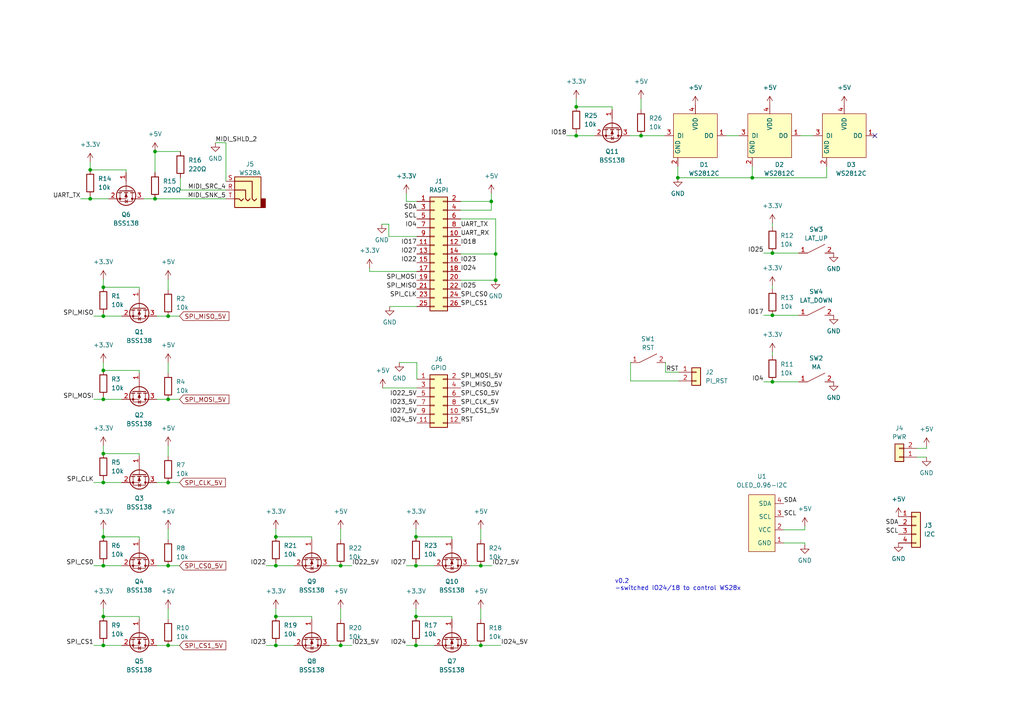
<source format=kicad_sch>
(kicad_sch (version 20230121) (generator eeschema)
  (paper "A4")
  (lib_symbols
    (symbol "Connector:AudioJack3"
      (property "Reference" "J" (at 0 8.89 0))
      (property "Value" "AudioJack3" (at 0 6.35 0))
      (symbol "AudioJack3_0_1"
        (rectangle (start -5.08 -5.08) (end -6.35 -2.54) (stroke (width 0.254)) (fill (type outline)))
        (polyline (pts (xy 0 -2.54) (xy 0.635 -3.175) (xy 1.27 -2.54) (xy 2.54 -2.54)) (stroke (width 0.254)))
        (polyline (pts (xy -1.905 -2.54) (xy -1.27 -3.175) (xy -0.635 -2.54) (xy -0.635 0) (xy 2.54 0)) (stroke (width 0.254)))
        (polyline (pts (xy 2.54 2.54) (xy -2.54 2.54) (xy -2.54 -2.54) (xy -3.175 -3.175) (xy -3.81 -2.54)) (stroke (width 0.254)))
        (rectangle (start 2.54 3.81) (end -5.08 -5.08) (stroke (width 0.254)) (fill (type background)))
      )
      (symbol "AudioJack3_1_1"
        (pin passive line (at 5.08 0 180) (length 2.54) (name "~") (number "R"))
        (pin passive line (at 5.08 2.54 180) (length 2.54) (name "~") (number "S"))
        (pin passive line (at 5.08 -2.54 180) (length 2.54) (name "~") (number "T"))
      )
    )
    (symbol "Connector_Generic:Conn_01x02" (pin_names (offset 1.016) hide)
      (property "Reference" "J" (at 0 2.54 0))
      (property "Value" "Conn_01x02" (at 0 -5.08 0))
      (symbol "Conn_01x02_1_1"
        (rectangle (start -1.27 -2.413) (end 0 -2.667) (stroke (width 0.1524)))
        (rectangle (start -1.27 0.127) (end 0 -0.127) (stroke (width 0.1524)))
        (rectangle (start -1.27 1.27) (end 1.27 -3.81) (stroke (width 0.254)) (fill (type background)))
        (pin passive line (at -5.08 0 0) (length 3.81) (name "Pin_1") (number "1"))
        (pin passive line (at -5.08 -2.54 0) (length 3.81) (name "Pin_2") (number "2"))
      )
    )
    (symbol "Connector_Generic:Conn_01x04" (pin_names (offset 1.016) hide)
      (property "Reference" "J" (at 0 5.08 0))
      (property "Value" "Conn_01x04" (at 0 -7.62 0))
      (symbol "Conn_01x04_1_1"
        (rectangle (start -1.27 -4.953) (end 0 -5.207) (stroke (width 0.1524)))
        (rectangle (start -1.27 -2.413) (end 0 -2.667) (stroke (width 0.1524)))
        (rectangle (start -1.27 0.127) (end 0 -0.127) (stroke (width 0.1524)))
        (rectangle (start -1.27 2.667) (end 0 2.413) (stroke (width 0.1524)))
        (rectangle (start -1.27 3.81) (end 1.27 -6.35) (stroke (width 0.254)) (fill (type background)))
        (pin passive line (at -5.08 2.54 0) (length 3.81) (name "Pin_1") (number "1"))
        (pin passive line (at -5.08 0 0) (length 3.81) (name "Pin_2") (number "2"))
        (pin passive line (at -5.08 -2.54 0) (length 3.81) (name "Pin_3") (number "3"))
        (pin passive line (at -5.08 -5.08 0) (length 3.81) (name "Pin_4") (number "4"))
      )
    )
    (symbol "Connector_Generic:Conn_02x06_Odd_Even" (pin_names (offset 1.016) hide)
      (property "Reference" "J" (at 1.27 7.62 0))
      (property "Value" "Conn_02x06_Odd_Even" (at 1.27 -10.16 0))
      (symbol "Conn_02x06_Odd_Even_1_1"
        (rectangle (start -1.27 -7.493) (end 0 -7.747) (stroke (width 0.1524)))
        (rectangle (start -1.27 -4.953) (end 0 -5.207) (stroke (width 0.1524)))
        (rectangle (start -1.27 -2.413) (end 0 -2.667) (stroke (width 0.1524)))
        (rectangle (start -1.27 0.127) (end 0 -0.127) (stroke (width 0.1524)))
        (rectangle (start -1.27 2.667) (end 0 2.413) (stroke (width 0.1524)))
        (rectangle (start -1.27 5.207) (end 0 4.953) (stroke (width 0.1524)))
        (rectangle (start -1.27 6.35) (end 3.81 -8.89) (stroke (width 0.254)) (fill (type background)))
        (rectangle (start 3.81 -7.493) (end 2.54 -7.747) (stroke (width 0.1524)))
        (rectangle (start 3.81 -4.953) (end 2.54 -5.207) (stroke (width 0.1524)))
        (rectangle (start 3.81 -2.413) (end 2.54 -2.667) (stroke (width 0.1524)))
        (rectangle (start 3.81 0.127) (end 2.54 -0.127) (stroke (width 0.1524)))
        (rectangle (start 3.81 2.667) (end 2.54 2.413) (stroke (width 0.1524)))
        (rectangle (start 3.81 5.207) (end 2.54 4.953) (stroke (width 0.1524)))
        (pin passive line (at -5.08 5.08 0) (length 3.81) (name "Pin_1") (number "1"))
        (pin passive line (at 7.62 -5.08 180) (length 3.81) (name "Pin_10") (number "10"))
        (pin passive line (at -5.08 -7.62 0) (length 3.81) (name "Pin_11") (number "11"))
        (pin passive line (at 7.62 -7.62 180) (length 3.81) (name "Pin_12") (number "12"))
        (pin passive line (at 7.62 5.08 180) (length 3.81) (name "Pin_2") (number "2"))
        (pin passive line (at -5.08 2.54 0) (length 3.81) (name "Pin_3") (number "3"))
        (pin passive line (at 7.62 2.54 180) (length 3.81) (name "Pin_4") (number "4"))
        (pin passive line (at -5.08 0 0) (length 3.81) (name "Pin_5") (number "5"))
        (pin passive line (at 7.62 0 180) (length 3.81) (name "Pin_6") (number "6"))
        (pin passive line (at -5.08 -2.54 0) (length 3.81) (name "Pin_7") (number "7"))
        (pin passive line (at 7.62 -2.54 180) (length 3.81) (name "Pin_8") (number "8"))
        (pin passive line (at -5.08 -5.08 0) (length 3.81) (name "Pin_9") (number "9"))
      )
    )
    (symbol "Connector_Generic:Conn_02x13_Odd_Even" (pin_names (offset 1.016) hide)
      (property "Reference" "J" (at 1.27 17.78 0))
      (property "Value" "Conn_02x13_Odd_Even" (at 1.27 -17.78 0))
      (symbol "Conn_02x13_Odd_Even_1_1"
        (rectangle (start -1.27 -15.113) (end 0 -15.367) (stroke (width 0.1524)))
        (rectangle (start -1.27 -12.573) (end 0 -12.827) (stroke (width 0.1524)))
        (rectangle (start -1.27 -10.033) (end 0 -10.287) (stroke (width 0.1524)))
        (rectangle (start -1.27 -7.493) (end 0 -7.747) (stroke (width 0.1524)))
        (rectangle (start -1.27 -4.953) (end 0 -5.207) (stroke (width 0.1524)))
        (rectangle (start -1.27 -2.413) (end 0 -2.667) (stroke (width 0.1524)))
        (rectangle (start -1.27 0.127) (end 0 -0.127) (stroke (width 0.1524)))
        (rectangle (start -1.27 2.667) (end 0 2.413) (stroke (width 0.1524)))
        (rectangle (start -1.27 5.207) (end 0 4.953) (stroke (width 0.1524)))
        (rectangle (start -1.27 7.747) (end 0 7.493) (stroke (width 0.1524)))
        (rectangle (start -1.27 10.287) (end 0 10.033) (stroke (width 0.1524)))
        (rectangle (start -1.27 12.827) (end 0 12.573) (stroke (width 0.1524)))
        (rectangle (start -1.27 15.367) (end 0 15.113) (stroke (width 0.1524)))
        (rectangle (start -1.27 16.51) (end 3.81 -16.51) (stroke (width 0.254)) (fill (type background)))
        (rectangle (start 3.81 -15.113) (end 2.54 -15.367) (stroke (width 0.1524)))
        (rectangle (start 3.81 -12.573) (end 2.54 -12.827) (stroke (width 0.1524)))
        (rectangle (start 3.81 -10.033) (end 2.54 -10.287) (stroke (width 0.1524)))
        (rectangle (start 3.81 -7.493) (end 2.54 -7.747) (stroke (width 0.1524)))
        (rectangle (start 3.81 -4.953) (end 2.54 -5.207) (stroke (width 0.1524)))
        (rectangle (start 3.81 -2.413) (end 2.54 -2.667) (stroke (width 0.1524)))
        (rectangle (start 3.81 0.127) (end 2.54 -0.127) (stroke (width 0.1524)))
        (rectangle (start 3.81 2.667) (end 2.54 2.413) (stroke (width 0.1524)))
        (rectangle (start 3.81 5.207) (end 2.54 4.953) (stroke (width 0.1524)))
        (rectangle (start 3.81 7.747) (end 2.54 7.493) (stroke (width 0.1524)))
        (rectangle (start 3.81 10.287) (end 2.54 10.033) (stroke (width 0.1524)))
        (rectangle (start 3.81 12.827) (end 2.54 12.573) (stroke (width 0.1524)))
        (rectangle (start 3.81 15.367) (end 2.54 15.113) (stroke (width 0.1524)))
        (pin passive line (at -5.08 15.24 0) (length 3.81) (name "Pin_1") (number "1"))
        (pin passive line (at 7.62 5.08 180) (length 3.81) (name "Pin_10") (number "10"))
        (pin passive line (at -5.08 2.54 0) (length 3.81) (name "Pin_11") (number "11"))
        (pin passive line (at 7.62 2.54 180) (length 3.81) (name "Pin_12") (number "12"))
        (pin passive line (at -5.08 0 0) (length 3.81) (name "Pin_13") (number "13"))
        (pin passive line (at 7.62 0 180) (length 3.81) (name "Pin_14") (number "14"))
        (pin passive line (at -5.08 -2.54 0) (length 3.81) (name "Pin_15") (number "15"))
        (pin passive line (at 7.62 -2.54 180) (length 3.81) (name "Pin_16") (number "16"))
        (pin passive line (at -5.08 -5.08 0) (length 3.81) (name "Pin_17") (number "17"))
        (pin passive line (at 7.62 -5.08 180) (length 3.81) (name "Pin_18") (number "18"))
        (pin passive line (at -5.08 -7.62 0) (length 3.81) (name "Pin_19") (number "19"))
        (pin passive line (at 7.62 15.24 180) (length 3.81) (name "Pin_2") (number "2"))
        (pin passive line (at 7.62 -7.62 180) (length 3.81) (name "Pin_20") (number "20"))
        (pin passive line (at -5.08 -10.16 0) (length 3.81) (name "Pin_21") (number "21"))
        (pin passive line (at 7.62 -10.16 180) (length 3.81) (name "Pin_22") (number "22"))
        (pin passive line (at -5.08 -12.7 0) (length 3.81) (name "Pin_23") (number "23"))
        (pin passive line (at 7.62 -12.7 180) (length 3.81) (name "Pin_24") (number "24"))
        (pin passive line (at -5.08 -15.24 0) (length 3.81) (name "Pin_25") (number "25"))
        (pin passive line (at 7.62 -15.24 180) (length 3.81) (name "Pin_26") (number "26"))
        (pin passive line (at -5.08 12.7 0) (length 3.81) (name "Pin_3") (number "3"))
        (pin passive line (at 7.62 12.7 180) (length 3.81) (name "Pin_4") (number "4"))
        (pin passive line (at -5.08 10.16 0) (length 3.81) (name "Pin_5") (number "5"))
        (pin passive line (at 7.62 10.16 180) (length 3.81) (name "Pin_6") (number "6"))
        (pin passive line (at -5.08 7.62 0) (length 3.81) (name "Pin_7") (number "7"))
        (pin passive line (at 7.62 7.62 180) (length 3.81) (name "Pin_8") (number "8"))
        (pin passive line (at -5.08 5.08 0) (length 3.81) (name "Pin_9") (number "9"))
      )
    )
    (symbol "Device:R" (pin_numbers hide) (pin_names (offset 0))
      (property "Reference" "R" (at 2.032 0 90))
      (property "Value" "R" (at 0 0 90))
      (symbol "R_0_1"
        (rectangle (start -1.016 -2.54) (end 1.016 2.54) (stroke (width 0.254)))
      )
      (symbol "R_1_1"
        (pin passive line (at 0 3.81 270) (length 1.27) (name "~") (number "1"))
        (pin passive line (at 0 -3.81 90) (length 1.27) (name "~") (number "2"))
      )
    )
    (symbol "Transistor_FET:BSS138" (pin_names hide)
      (property "Reference" "Q" (at 5.08 1.905 0))
      (property "Value" "BSS138" (at 5.08 0 0))
      (symbol "BSS138_0_1"
        (polyline (pts (xy 0.254 0) (xy -2.54 0)))
        (polyline (pts (xy 0.254 1.905) (xy 0.254 -1.905)) (stroke (width 0.254)))
        (polyline (pts (xy 0.762 -1.27) (xy 0.762 -2.286)) (stroke (width 0.254)))
        (polyline (pts (xy 0.762 0.508) (xy 0.762 -0.508)) (stroke (width 0.254)))
        (polyline (pts (xy 0.762 2.286) (xy 0.762 1.27)) (stroke (width 0.254)))
        (polyline (pts (xy 2.54 2.54) (xy 2.54 1.778)))
        (polyline (pts (xy 2.54 -2.54) (xy 2.54 0) (xy 0.762 0)))
        (polyline (pts (xy 0.762 -1.778) (xy 3.302 -1.778) (xy 3.302 1.778) (xy 0.762 1.778)))
        (polyline (pts (xy 1.016 0) (xy 2.032 0.381) (xy 2.032 -0.381) (xy 1.016 0)) (fill (type outline)))
        (polyline (pts (xy 2.794 0.508) (xy 2.921 0.381) (xy 3.683 0.381) (xy 3.81 0.254)))
        (polyline (pts (xy 3.302 0.381) (xy 2.921 -0.254) (xy 3.683 -0.254) (xy 3.302 0.381)))
        (circle (center 1.651 0) (radius 2.794) (stroke (width 0.254)))
        (circle (center 2.54 -1.778) (radius 0.254) (fill (type outline)))
        (circle (center 2.54 1.778) (radius 0.254) (fill (type outline)))
      )
      (symbol "BSS138_1_1"
        (pin input line (at -5.08 0 0) (length 2.54) (name "G") (number "1"))
        (pin passive line (at 2.54 -5.08 90) (length 2.54) (name "S") (number "2"))
        (pin passive line (at 2.54 5.08 270) (length 2.54) (name "D") (number "3"))
      )
    )
    (symbol "custom:OLED_0.96-I2C" (pin_names (offset 1.016))
      (property "Reference" "U" (at 2.54 8.89 0))
      (property "Value" "OLED_0.96-I2C" (at 2.54 6.35 0))
      (symbol "OLED_0.96-I2C_0_1"
        (rectangle (start -5.08 7.62) (end 11.43 0) (fill (type background)))
      )
      (symbol "OLED_0.96-I2C_1_1"
        (pin input line (at -2.54 -2.54 90) (length 2.54) (name "GND") (number "1"))
        (pin input line (at 1.27 -2.54 90) (length 2.54) (name "VCC") (number "2"))
        (pin bidirectional line (at 5.08 -2.54 90) (length 2.54) (name "SCL") (number "3"))
        (pin bidirectional line (at 8.89 -2.54 90) (length 2.54) (name "SDA") (number "4"))
      )
    )
    (symbol "custom:WS2812C" (pin_names (offset 1.016))
      (property "Reference" "D" (at 6.35 6.35 0))
      (property "Value" "WS2812C" (at 1.27 -6.35 0))
      (symbol "WS2812C_0_1"
        (rectangle (start -6.35 5.08) (end 6.35 -7.62) (fill (type background)))
      )
      (symbol "WS2812C_1_1"
        (pin output line (at 8.89 -1.27 180) (length 2.54) (name "DO") (number "1"))
        (pin output line (at -5.08 -10.16 90) (length 2.54) (name "GND") (number "2"))
        (pin input line (at -8.89 -1.27 0) (length 2.54) (name "DI") (number "3"))
        (pin input line (at 0 7.62 270) (length 2.54) (name "VDD") (number "4"))
      )
    )
    (symbol "custom:switch_generic" (pin_names (offset 1.016) hide)
      (property "Reference" "SW" (at 0 3.81 0))
      (property "Value" "switch_generic" (at 0 6.35 0))
      (symbol "switch_generic_0_1"
        (polyline (pts (xy -2.54 0) (xy 2.54 2.54)))
      )
      (symbol "switch_generic_1_1"
        (pin bidirectional line (at -5.08 0 0) (length 2.54) (name "~") (number "1"))
        (pin bidirectional line (at 5.08 0 180) (length 2.54) (name "~") (number "2"))
      )
    )
    (symbol "power:+3.3V" (power) (pin_names (offset 0))
      (property "Value" "+3.3V" (at 0 3.556 0))
      (symbol "+3.3V_0_1"
        (polyline (pts (xy -0.762 1.27) (xy 0 2.54)))
        (polyline (pts (xy 0 0) (xy 0 2.54)))
        (polyline (pts (xy 0 2.54) (xy 0.762 1.27)))
      )
      (symbol "+3.3V_1_1"
        (pin power_in line (at 0 0 90) (length 0) hide (name "+3.3V") (number "1"))
      )
    )
    (symbol "power:+5V" (power) (pin_names (offset 0))
      (property "Value" "+5V" (at 0 3.556 0))
      (symbol "+5V_0_1"
        (polyline (pts (xy -0.762 1.27) (xy 0 2.54)))
        (polyline (pts (xy 0 0) (xy 0 2.54)))
        (polyline (pts (xy 0 2.54) (xy 0.762 1.27)))
      )
      (symbol "+5V_1_1"
        (pin power_in line (at 0 0 90) (length 0) hide (name "+5V") (number "1"))
      )
    )
    (symbol "power:GND" (power) (pin_names (offset 0))
      (property "Value" "GND" (at 0 -3.81 0))
      (symbol "GND_0_1"
        (polyline (pts (xy 0 0) (xy 0 -1.27) (xy 1.27 -1.27) (xy 0 -2.54) (xy -1.27 -1.27) (xy 0 -1.27)))
      )
      (symbol "GND_1_1"
        (pin power_in line (at 0 0 270) (length 0) hide (name "GND") (number "1"))
      )
    )
  )
  (junction (at 224.028 110.744))
  (junction (at 29.972 83.312))
  (junction (at 48.768 139.954))
  (junction (at 80.01 164.084))
  (junction (at 139.446 187.198))
  (junction (at 185.928 39.37))
  (junction (at 142.494 58.42))
  (junction (at 29.972 91.694))
  (junction (at 29.972 164.084))
  (junction (at 29.972 155.702))
  (junction (at 48.768 115.824))
  (junction (at 80.01 187.198))
  (junction (at 29.972 187.198))
  (junction (at 167.132 30.988))
  (junction (at 120.65 178.816))
  (junction (at 44.958 57.658))
  (junction (at 196.596 51.562))
  (junction (at 143.764 81.28))
  (junction (at 120.65 187.198))
  (junction (at 80.01 155.702))
  (junction (at 29.972 139.954))
  (junction (at 29.972 131.572))
  (junction (at 26.162 49.276))
  (junction (at 167.132 39.37))
  (junction (at 29.972 115.824))
  (junction (at 48.768 91.694))
  (junction (at 48.768 187.198))
  (junction (at 98.806 164.084))
  (junction (at 139.446 164.084))
  (junction (at 143.764 73.66))
  (junction (at 48.768 164.084))
  (junction (at 29.972 178.816))
  (junction (at 224.028 73.406))
  (junction (at 218.186 51.562))
  (junction (at 26.162 57.658))
  (junction (at 44.958 43.942))
  (junction (at 98.806 187.198))
  (junction (at 80.01 178.816))
  (junction (at 224.028 91.44))
  (junction (at 120.65 155.702))
  (junction (at 29.972 107.442))
  (junction (at 120.65 164.084))
  (no_connect (at 253.746 39.37))
  (wire (pts (xy 233.426 153.67) (xy 233.426 152.654)))
  (wire (pts (xy 133.604 73.66) (xy 143.764 73.66)))
  (wire (pts (xy 29.972 164.084) (xy 29.972 163.322)))
  (wire (pts (xy 44.958 43.942) (xy 44.958 50.038)))
  (wire (pts (xy 167.132 39.37) (xy 167.132 38.608)))
  (wire (pts (xy 77.216 187.198) (xy 80.01 187.198)))
  (wire (pts (xy 40.386 155.702) (xy 29.972 155.702)))
  (wire (pts (xy 27.178 91.694) (xy 29.972 91.694)))
  (wire (pts (xy 233.426 157.48) (xy 233.426 157.988)))
  (wire (pts (xy 98.806 153.416) (xy 98.806 156.464)))
  (wire (pts (xy 65.532 41.402) (xy 65.532 52.578)))
  (wire (pts (xy 41.656 57.658) (xy 44.958 57.658)))
  (wire (pts (xy 224.028 102.108) (xy 224.028 103.124)))
  (wire (pts (xy 29.972 115.824) (xy 29.972 115.062)))
  (wire (pts (xy 139.446 164.084) (xy 142.748 164.084)))
  (wire (pts (xy 172.466 39.37) (xy 167.132 39.37)))
  (wire (pts (xy 224.028 82.804) (xy 224.028 83.82)))
  (wire (pts (xy 29.972 105.156) (xy 29.972 107.442)))
  (wire (pts (xy 48.768 91.694) (xy 52.07 91.694)))
  (wire (pts (xy 44.958 57.658) (xy 65.532 57.658)))
  (wire (pts (xy 239.776 48.26) (xy 239.776 51.562)))
  (wire (pts (xy 224.028 110.744) (xy 231.648 110.744)))
  (wire (pts (xy 125.984 164.084) (xy 120.65 164.084)))
  (wire (pts (xy 182.88 110.49) (xy 196.85 110.49)))
  (wire (pts (xy 177.546 31.75) (xy 177.546 30.988)))
  (wire (pts (xy 48.768 176.53) (xy 48.768 179.578)))
  (wire (pts (xy 232.156 39.37) (xy 235.966 39.37)))
  (wire (pts (xy 90.424 178.816) (xy 80.01 178.816)))
  (wire (pts (xy 27.178 187.198) (xy 29.972 187.198)))
  (wire (pts (xy 221.488 91.44) (xy 224.028 91.44)))
  (wire (pts (xy 80.01 164.084) (xy 80.01 163.322)))
  (wire (pts (xy 107.188 78.74) (xy 120.904 78.74)))
  (wire (pts (xy 29.972 139.954) (xy 29.972 139.192)))
  (wire (pts (xy 98.806 164.084) (xy 102.108 164.084)))
  (wire (pts (xy 90.424 155.702) (xy 80.01 155.702)))
  (wire (pts (xy 35.306 164.084) (xy 29.972 164.084)))
  (wire (pts (xy 239.776 51.562) (xy 218.186 51.562)))
  (wire (pts (xy 110.744 65.024) (xy 112.776 65.024)))
  (wire (pts (xy 45.466 187.198) (xy 48.768 187.198)))
  (wire (pts (xy 120.65 187.198) (xy 120.65 186.436)))
  (wire (pts (xy 36.576 50.038) (xy 36.576 49.276)))
  (wire (pts (xy 139.446 187.198) (xy 145.288 187.198)))
  (wire (pts (xy 48.768 115.824) (xy 52.07 115.824)))
  (wire (pts (xy 48.768 81.026) (xy 48.768 84.074)))
  (wire (pts (xy 139.446 176.53) (xy 139.446 179.578)))
  (wire (pts (xy 143.764 73.66) (xy 143.764 63.5)))
  (wire (pts (xy 133.604 58.42) (xy 142.494 58.42)))
  (wire (pts (xy 35.306 187.198) (xy 29.972 187.198)))
  (wire (pts (xy 265.938 132.588) (xy 268.732 132.588)))
  (wire (pts (xy 227.33 157.48) (xy 233.426 157.48)))
  (wire (pts (xy 45.466 91.694) (xy 48.768 91.694)))
  (wire (pts (xy 80.01 153.416) (xy 80.01 155.702)))
  (wire (pts (xy 131.064 156.464) (xy 131.064 155.702)))
  (wire (pts (xy 117.856 164.084) (xy 120.65 164.084)))
  (wire (pts (xy 45.466 115.824) (xy 48.768 115.824)))
  (wire (pts (xy 52.324 55.118) (xy 52.324 51.562)))
  (wire (pts (xy 80.01 176.53) (xy 80.01 178.816)))
  (wire (pts (xy 182.626 39.37) (xy 185.928 39.37)))
  (wire (pts (xy 27.178 164.084) (xy 29.972 164.084)))
  (wire (pts (xy 40.386 178.816) (xy 29.972 178.816)))
  (wire (pts (xy 44.958 43.942) (xy 52.324 43.942)))
  (wire (pts (xy 185.928 28.702) (xy 185.928 31.75)))
  (wire (pts (xy 48.768 105.156) (xy 48.768 108.204)))
  (wire (pts (xy 218.186 51.562) (xy 218.186 48.26)))
  (wire (pts (xy 133.604 63.5) (xy 143.764 63.5)))
  (wire (pts (xy 52.324 55.118) (xy 65.532 55.118)))
  (wire (pts (xy 139.446 153.416) (xy 139.446 156.464)))
  (wire (pts (xy 35.306 91.694) (xy 29.972 91.694)))
  (wire (pts (xy 112.776 68.58) (xy 120.904 68.58)))
  (wire (pts (xy 218.186 51.562) (xy 196.596 51.562)))
  (wire (pts (xy 167.132 28.702) (xy 167.132 30.988)))
  (wire (pts (xy 35.306 115.824) (xy 29.972 115.824)))
  (wire (pts (xy 142.494 60.96) (xy 142.494 58.42)))
  (wire (pts (xy 40.386 83.312) (xy 29.972 83.312)))
  (wire (pts (xy 131.064 178.816) (xy 120.65 178.816)))
  (wire (pts (xy 98.806 176.53) (xy 98.806 179.578)))
  (wire (pts (xy 40.386 156.464) (xy 40.386 155.702)))
  (wire (pts (xy 115.824 105.156) (xy 120.904 105.156)))
  (wire (pts (xy 35.306 139.954) (xy 29.972 139.954)))
  (wire (pts (xy 27.178 139.954) (xy 29.972 139.954)))
  (wire (pts (xy 110.998 112.522) (xy 120.904 112.522)))
  (wire (pts (xy 90.424 156.464) (xy 90.424 155.702)))
  (wire (pts (xy 48.768 164.084) (xy 52.07 164.084)))
  (wire (pts (xy 136.144 187.198) (xy 139.446 187.198)))
  (wire (pts (xy 29.972 129.286) (xy 29.972 131.572)))
  (wire (pts (xy 29.972 187.198) (xy 29.972 186.436)))
  (wire (pts (xy 143.764 81.28) (xy 143.764 73.66)))
  (wire (pts (xy 227.33 153.67) (xy 233.426 153.67)))
  (wire (pts (xy 40.386 131.572) (xy 29.972 131.572)))
  (wire (pts (xy 48.768 187.198) (xy 52.07 187.198)))
  (wire (pts (xy 85.344 164.084) (xy 80.01 164.084)))
  (wire (pts (xy 45.466 139.954) (xy 48.768 139.954)))
  (wire (pts (xy 77.216 164.084) (xy 80.01 164.084)))
  (wire (pts (xy 125.984 187.198) (xy 120.65 187.198)))
  (wire (pts (xy 221.488 110.744) (xy 224.028 110.744)))
  (wire (pts (xy 36.576 49.276) (xy 26.162 49.276)))
  (wire (pts (xy 142.494 56.134) (xy 142.494 58.42)))
  (wire (pts (xy 210.566 39.37) (xy 214.376 39.37)))
  (wire (pts (xy 80.01 187.198) (xy 80.01 186.436)))
  (wire (pts (xy 185.928 39.37) (xy 192.786 39.37)))
  (wire (pts (xy 26.162 46.99) (xy 26.162 49.276)))
  (wire (pts (xy 182.88 105.156) (xy 182.88 110.49)))
  (wire (pts (xy 265.938 130.048) (xy 268.732 130.048)))
  (wire (pts (xy 136.144 164.084) (xy 139.446 164.084)))
  (wire (pts (xy 117.856 56.134) (xy 117.856 58.42)))
  (wire (pts (xy 26.162 57.658) (xy 26.162 56.896)))
  (wire (pts (xy 95.504 187.198) (xy 98.806 187.198)))
  (wire (pts (xy 31.496 57.658) (xy 26.162 57.658)))
  (wire (pts (xy 48.768 129.286) (xy 48.768 132.334)))
  (wire (pts (xy 90.424 179.578) (xy 90.424 178.816)))
  (wire (pts (xy 29.972 91.694) (xy 29.972 90.932)))
  (wire (pts (xy 117.856 58.42) (xy 120.904 58.42)))
  (wire (pts (xy 196.596 51.562) (xy 196.596 48.26)))
  (wire (pts (xy 117.856 187.198) (xy 120.65 187.198)))
  (wire (pts (xy 120.65 176.53) (xy 120.65 178.816)))
  (wire (pts (xy 98.806 187.198) (xy 102.108 187.198)))
  (wire (pts (xy 107.188 77.724) (xy 107.188 78.74)))
  (wire (pts (xy 29.972 81.026) (xy 29.972 83.312)))
  (wire (pts (xy 120.65 153.416) (xy 120.65 155.702)))
  (wire (pts (xy 133.604 81.28) (xy 143.764 81.28)))
  (wire (pts (xy 95.504 164.084) (xy 98.806 164.084)))
  (wire (pts (xy 196.85 107.95) (xy 193.04 107.95)))
  (wire (pts (xy 131.064 179.578) (xy 131.064 178.816)))
  (wire (pts (xy 120.904 105.156) (xy 120.904 109.982)))
  (wire (pts (xy 120.65 164.084) (xy 120.65 163.322)))
  (wire (pts (xy 27.178 115.824) (xy 29.972 115.824)))
  (wire (pts (xy 221.488 73.406) (xy 224.028 73.406)))
  (wire (pts (xy 164.338 39.37) (xy 167.132 39.37)))
  (wire (pts (xy 40.386 84.074) (xy 40.386 83.312)))
  (wire (pts (xy 85.344 187.198) (xy 80.01 187.198)))
  (wire (pts (xy 268.732 129.54) (xy 268.732 130.048)))
  (wire (pts (xy 29.972 176.53) (xy 29.972 178.816)))
  (wire (pts (xy 40.386 132.334) (xy 40.386 131.572)))
  (wire (pts (xy 177.546 30.988) (xy 167.132 30.988)))
  (wire (pts (xy 48.768 139.954) (xy 52.07 139.954)))
  (wire (pts (xy 131.064 155.702) (xy 120.65 155.702)))
  (wire (pts (xy 62.484 41.402) (xy 65.532 41.402)))
  (wire (pts (xy 112.776 65.024) (xy 112.776 68.58)))
  (wire (pts (xy 40.386 107.442) (xy 29.972 107.442)))
  (wire (pts (xy 23.368 57.658) (xy 26.162 57.658)))
  (wire (pts (xy 193.04 107.95) (xy 193.04 105.156)))
  (wire (pts (xy 224.028 64.77) (xy 224.028 65.786)))
  (wire (pts (xy 224.028 91.44) (xy 231.648 91.44)))
  (wire (pts (xy 45.466 164.084) (xy 48.768 164.084)))
  (wire (pts (xy 224.028 73.406) (xy 231.648 73.406)))
  (wire (pts (xy 40.386 108.204) (xy 40.386 107.442)))
  (wire (pts (xy 48.768 153.416) (xy 48.768 156.464)))
  (wire (pts (xy 29.972 153.416) (xy 29.972 155.702)))
  (wire (pts (xy 113.03 88.9) (xy 120.904 88.9)))
  (wire (pts (xy 40.386 179.578) (xy 40.386 178.816)))
  (wire (pts (xy 133.604 60.96) (xy 142.494 60.96)))
  (text "v0.2\n-switched IO24/18 to control WS28x" (at 178.308 171.45 0) (effects (font (size 1.27 1.27)) (justify left bottom)))
  (label "IO4" (at 221.488 110.744 180))
  (label "MIDI_SRC_4" (at 65.532 55.118 180))
  (label "IO23_5V" (at 120.904 117.602 180))
  (label "UART_TX" (at 133.604 66.04 0))
  (label "IO27_5V" (at 142.748 164.084 0))
  (label "IO24_5V" (at 145.288 187.198 0))
  (label "RST" (at 196.85 107.95 180))
  (label "IO27" (at 117.856 164.084 180))
  (label "SCL" (at 260.604 154.94 180))
  (label "SPI_CS0_5V" (at 133.604 115.062 0))
  (label "IO25" (at 133.604 83.82 0))
  (label "SPI_MISO_5V" (at 133.604 112.522 0))
  (label "IO22" (at 77.216 164.084 180))
  (label "SDA" (at 227.33 146.05 0))
  (label "UART_RX" (at 133.604 68.58 0))
  (label "IO22_5V" (at 120.904 115.062 180))
  (label "IO4" (at 120.904 66.04 180))
  (label "IO23" (at 77.216 187.198 180))
  (label "IO17" (at 120.904 71.12 180))
  (label "SPI_MOSI_5V" (at 133.604 109.982 0))
  (label "IO18" (at 164.338 39.37 180))
  (label "MIDI_SHLD_2" (at 62.484 41.402 0))
  (label "SPI_CS1_5V" (at 133.604 120.142 0))
  (label "SCL" (at 120.904 63.5 180))
  (label "IO24" (at 133.604 78.74 0))
  (label "SPI_MOSI" (at 120.904 81.28 180))
  (label "IO27_5V" (at 120.904 120.142 180))
  (label "RST" (at 133.604 122.682 0))
  (label "SPI_CLK" (at 27.178 139.954 180))
  (label "SDA" (at 120.904 60.96 180))
  (label "SCL" (at 227.33 149.86 0))
  (label "SPI_MISO" (at 27.178 91.694 180))
  (label "IO25" (at 221.488 73.406 180))
  (label "IO27" (at 120.904 73.66 180))
  (label "IO18" (at 133.604 71.12 0))
  (label "IO24" (at 117.856 187.198 180))
  (label "MIDI_SNK_5" (at 65.532 57.658 180))
  (label "IO22_5V" (at 102.108 164.084 0))
  (label "SPI_MOSI" (at 27.178 115.824 180))
  (label "IO23" (at 133.604 76.2 0))
  (label "SDA" (at 260.604 152.4 180))
  (label "SPI_MISO" (at 120.904 83.82 180))
  (label "IO17" (at 221.488 91.44 180))
  (label "SPI_CS1" (at 133.604 88.9 0))
  (label "SPI_CS1" (at 27.178 187.198 180))
  (label "SPI_CLK" (at 120.904 86.36 180))
  (label "IO24_5V" (at 120.904 122.682 180))
  (label "IO23_5V" (at 102.108 187.198 0))
  (label "IO22" (at 120.904 76.2 180))
  (label "SPI_CLK_5V" (at 133.604 117.602 0))
  (label "SPI_CS0" (at 27.178 164.084 180))
  (label "UART_TX" (at 23.368 57.658 180))
  (label "SPI_CS0" (at 133.604 86.36 0))
  (global_label "SPI_CS0_5V" (shape input) (at 52.07 164.084 0) (property "Intersheetrefs" "${INTERSHEET_REFS}" (effects hide)))
  (global_label "SPI_CLK_5V" (shape input) (at 52.07 139.954 0) (property "Intersheetrefs" "${INTERSHEET_REFS}" (effects hide)))
  (global_label "SPI_CS1_5V" (shape input) (at 52.07 187.198 0) (property "Intersheetrefs" "${INTERSHEET_REFS}" (effects hide)))
  (global_label "SPI_MISO_5V" (shape input) (at 52.07 91.694 0) (property "Intersheetrefs" "${INTERSHEET_REFS}" (effects hide)))
  (global_label "SPI_MOSI_5V" (shape input) (at 52.07 115.824 0) (property "Intersheetrefs" "${INTERSHEET_REFS}" (effects hide)))
  (symbol (lib_id "power:+3.3V") (at 29.972 129.286 0) (unit 1)
    (property "Reference" "#PWR05" (effects hide))
    (property "Value" "+3.3V" (at 29.972 124.206 0))
  )
  (symbol (lib_id "power:GND") (at 268.732 132.588 0) (unit 1)
    (property "Reference" "#PWR027" (effects hide))
    (property "Value" "GND" (at 268.732 137.16 0))
  )
  (symbol (lib_id "power:+5V") (at 185.928 28.702 0) (unit 1)
    (property "Reference" "#PWR045" (effects hide))
    (property "Value" "+5V" (at 185.928 23.622 0))
  )
  (symbol (lib_id "power:+5V") (at 44.958 43.942 0) (unit 1)
    (property "Reference" "#PWR031" (effects hide))
    (property "Value" "+5V" (at 44.958 38.862 0))
  )
  (symbol (lib_id "power:GND") (at 260.604 157.48 0) (unit 1)
    (property "Reference" "#PWR028" (effects hide))
    (property "Value" "GND" (at 260.604 162.052 0))
  )
  (symbol (lib_id "Device:R") (at 44.958 53.848 0) (unit 1)
    (property "Reference" "R15" (at 47.244 52.578 0) (effects (justify left)))
    (property "Value" "220Ω" (at 47.244 55.118 0) (effects (justify left)))
    (property "Footprint" "Resistor_SMD:R_0603_1608Metric" (effects hide))
  )
  (symbol (lib_id "power:GND") (at 233.426 157.988 0) (unit 1)
    (property "Reference" "#PWR021" (effects hide))
    (property "Value" "GND" (at 233.426 162.56 0))
  )
  (symbol (lib_id "Connector:AudioJack3") (at 70.612 55.118 0) (mirror y) (unit 1)
    (property "Reference" "J5" (at 72.517 47.6082 0))
    (property "Value" "WS28A" (at 72.517 50.1451 0))
    (property "Footprint" "LCSC:C18167_BOOMELE_Audiojack_withoutTip" (effects hide))
  )
  (symbol (lib_id "power:+5V") (at 48.768 153.416 0) (unit 1)
    (property "Reference" "#PWR08" (effects hide))
    (property "Value" "+5V" (at 48.768 148.336 0))
  )
  (symbol (lib_id "power:+3.3V") (at 29.972 176.53 0) (unit 1)
    (property "Reference" "#PWR09" (effects hide))
    (property "Value" "+3.3V" (at 29.972 171.45 0))
  )
  (symbol (lib_id "Transistor_FET:BSS138") (at 40.386 89.154 270) (unit 1)
    (property "Reference" "Q1" (at 40.386 96.266 90))
    (property "Value" "BSS138" (at 40.386 98.806 90))
    (property "Footprint" "Package_TO_SOT_SMD:SOT-23" (effects hide))
    (property "Datasheet" "https://www.onsemi.com/pub/Collateral/BSS138-D.PDF" (effects hide))
  )
  (symbol (lib_id "power:GND") (at 241.808 110.744 0) (unit 1)
    (property "Reference" "#PWR037" (effects hide))
    (property "Value" "GND" (at 241.808 115.316 0))
  )
  (symbol (lib_id "Device:R") (at 224.028 106.934 0) (unit 1)
    (property "Reference" "R11" (at 226.314 105.664 0) (effects (justify left)))
    (property "Value" "10k" (at 226.314 108.204 0) (effects (justify left)))
    (property "Footprint" "Resistor_SMD:R_0603_1608Metric" (effects hide))
  )
  (symbol (lib_id "power:+3.3V") (at 26.162 46.99 0) (unit 1)
    (property "Reference" "#PWR030" (effects hide))
    (property "Value" "+3.3V" (at 26.162 41.91 0))
  )
  (symbol (lib_id "power:+5V") (at 48.768 176.53 0) (unit 1)
    (property "Reference" "#PWR010" (effects hide))
    (property "Value" "+5V" (at 48.768 171.45 0))
  )
  (symbol (lib_id "Transistor_FET:BSS138") (at 36.576 55.118 270) (unit 1)
    (property "Reference" "Q6" (at 36.576 62.23 90))
    (property "Value" "BSS138" (at 36.576 64.77 90))
    (property "Footprint" "Package_TO_SOT_SMD:SOT-23" (effects hide))
    (property "Datasheet" "https://www.onsemi.com/pub/Collateral/BSS138-D.PDF" (effects hide))
  )
  (symbol (lib_id "Transistor_FET:BSS138") (at 177.546 36.83 270) (unit 1)
    (property "Reference" "Q11" (at 177.546 43.942 90))
    (property "Value" "BSS138" (at 177.546 46.482 90))
    (property "Footprint" "Package_TO_SOT_SMD:SOT-23" (effects hide))
    (property "Datasheet" "https://www.onsemi.com/pub/Collateral/BSS138-D.PDF" (effects hide))
  )
  (symbol (lib_id "custom:switch_generic") (at 187.96 105.156 0) (unit 1)
    (property "Reference" "SW1" (at 187.96 98.298 0))
    (property "Value" "RST" (at 187.96 100.838 0))
    (property "Footprint" "Button_Switch_THT:SW_PUSH_6mm_H4.3mm" (effects hide))
  )
  (symbol (lib_id "power:+5V") (at 268.732 129.54 0) (unit 1)
    (property "Reference" "#PWR026" (effects hide))
    (property "Value" "+5V" (at 268.732 124.46 0))
  )
  (symbol (lib_id "power:+5V") (at 244.856 30.48 0) (unit 1)
    (property "Reference" "#PWR024" (effects hide))
    (property "Value" "+5V" (at 244.856 25.4 0))
  )
  (symbol (lib_id "Connector_Generic:Conn_01x04") (at 265.684 152.4 0) (unit 1)
    (property "Reference" "J3" (at 267.97 152.4 0) (effects (justify left)))
    (property "Value" "I2C" (at 267.97 154.94 0) (effects (justify left)))
    (property "Footprint" "Connector_JST:JST_PH_B4B-PH-K_1x04_P2.00mm_Vertical" (effects hide))
  )
  (symbol (lib_id "power:+3.3V") (at 107.188 77.724 0) (unit 1)
    (property "Reference" "#PWR018" (effects hide))
    (property "Value" "+3.3V" (at 107.188 72.644 0))
  )
  (symbol (lib_id "power:+3.3V") (at 224.028 82.804 0) (unit 1)
    (property "Reference" "#PWR013" (effects hide))
    (property "Value" "+3.3V" (at 224.028 77.724 0))
  )
  (symbol (lib_id "power:+5V") (at 233.426 152.654 0) (unit 1)
    (property "Reference" "#PWR020" (effects hide))
    (property "Value" "+5V" (at 233.426 147.574 0))
  )
  (symbol (lib_id "Transistor_FET:BSS138") (at 131.064 184.658 270) (unit 1)
    (property "Reference" "Q7" (at 131.064 191.77 90))
    (property "Value" "BSS138" (at 131.064 194.31 90))
    (property "Footprint" "Package_TO_SOT_SMD:SOT-23" (effects hide))
    (property "Datasheet" "https://www.onsemi.com/pub/Collateral/BSS138-D.PDF" (effects hide))
  )
  (symbol (lib_id "Device:R") (at 224.028 87.63 0) (unit 1)
    (property "Reference" "R13" (at 226.314 86.36 0) (effects (justify left)))
    (property "Value" "10k" (at 226.314 88.9 0) (effects (justify left)))
    (property "Footprint" "Resistor_SMD:R_0603_1608Metric" (effects hide))
  )
  (symbol (lib_id "Device:R") (at 29.972 159.512 0) (unit 1)
    (property "Reference" "R6" (at 32.258 158.242 0) (effects (justify left)))
    (property "Value" "10k" (at 32.258 160.782 0) (effects (justify left)))
    (property "Footprint" "Resistor_SMD:R_0603_1608Metric" (effects hide))
  )
  (symbol (lib_id "Device:R") (at 167.132 34.798 0) (unit 1)
    (property "Reference" "R25" (at 169.418 33.528 0) (effects (justify left)))
    (property "Value" "10k" (at 169.418 36.068 0) (effects (justify left)))
    (property "Footprint" "Resistor_SMD:R_0603_1608Metric" (effects hide))
  )
  (symbol (lib_id "Device:R") (at 224.028 69.596 0) (unit 1)
    (property "Reference" "R12" (at 226.314 68.326 0) (effects (justify left)))
    (property "Value" "10k" (at 226.314 70.866 0) (effects (justify left)))
    (property "Footprint" "Resistor_SMD:R_0603_1608Metric" (effects hide))
  )
  (symbol (lib_id "power:+3.3V") (at 117.856 56.134 0) (unit 1)
    (property "Reference" "#PWR015" (effects hide))
    (property "Value" "+3.3V" (at 117.856 51.054 0))
  )
  (symbol (lib_id "custom:switch_generic") (at 236.728 91.44 0) (unit 1)
    (property "Reference" "SW4" (at 236.728 84.582 0))
    (property "Value" "LAT_DOWN" (at 236.728 87.122 0))
    (property "Footprint" "Button_Switch_THT:SW_PUSH_6mm_H4.3mm" (effects hide))
  )
  (symbol (lib_id "power:+3.3V") (at 167.132 28.702 0) (unit 1)
    (property "Reference" "#PWR044" (effects hide))
    (property "Value" "+3.3V" (at 167.132 23.622 0))
  )
  (symbol (lib_id "Device:R") (at 120.65 182.626 0) (unit 1)
    (property "Reference" "R17" (at 122.936 181.356 0) (effects (justify left)))
    (property "Value" "10k" (at 122.936 183.896 0) (effects (justify left)))
    (property "Footprint" "Resistor_SMD:R_0603_1608Metric" (effects hide))
  )
  (symbol (lib_id "custom:WS2812C") (at 223.266 38.1 0) (unit 1)
    (property "Reference" "D2" (at 226.06 47.752 0))
    (property "Value" "WS2812C" (at 226.06 50.292 0))
    (property "Footprint" "custom:LED_WS2812C-2020" (effects hide))
    (property "LCSC" "C965556" (effects hide))
  )
  (symbol (lib_id "power:+3.3V") (at 80.01 176.53 0) (unit 1)
    (property "Reference" "#PWR038" (effects hide))
    (property "Value" "+3.3V" (at 80.01 171.45 0))
  )
  (symbol (lib_id "power:+5V") (at 139.446 176.53 0) (unit 1)
    (property "Reference" "#PWR034" (effects hide))
    (property "Value" "+5V" (at 139.446 171.45 0))
  )
  (symbol (lib_id "Connector_Generic:Conn_02x06_Odd_Even") (at 125.984 115.062 0) (unit 1)
    (property "Reference" "J6" (at 127.254 104.14 0))
    (property "Value" "GPIO" (at 127.254 106.68 0))
    (property "Footprint" "Connector_PinHeader_2.54mm:PinHeader_2x06_P2.54mm_Vertical" (effects hide))
  )
  (symbol (lib_id "power:+5V") (at 142.494 56.134 0) (unit 1)
    (property "Reference" "#PWR017" (effects hide))
    (property "Value" "+5V" (at 142.494 51.054 0))
  )
  (symbol (lib_id "Device:R") (at 139.446 160.274 0) (unit 1)
    (property "Reference" "R24" (at 141.732 159.004 0) (effects (justify left)))
    (property "Value" "10k" (at 141.732 161.544 0) (effects (justify left)))
    (property "Footprint" "Resistor_SMD:R_0603_1608Metric" (effects hide))
  )
  (symbol (lib_id "power:+3.3V") (at 80.01 153.416 0) (unit 1)
    (property "Reference" "#PWR040" (effects hide))
    (property "Value" "+3.3V" (at 80.01 148.336 0))
  )
  (symbol (lib_id "Transistor_FET:BSS138") (at 40.386 137.414 270) (unit 1)
    (property "Reference" "Q3" (at 40.386 144.526 90))
    (property "Value" "BSS138" (at 40.386 147.066 90))
    (property "Footprint" "Package_TO_SOT_SMD:SOT-23" (effects hide))
    (property "Datasheet" "https://www.onsemi.com/pub/Collateral/BSS138-D.PDF" (effects hide))
  )
  (symbol (lib_id "Device:R") (at 26.162 53.086 0) (unit 1)
    (property "Reference" "R14" (at 28.448 51.816 0) (effects (justify left)))
    (property "Value" "10k" (at 28.448 54.356 0) (effects (justify left)))
    (property "Footprint" "Resistor_SMD:R_0603_1608Metric" (effects hide))
  )
  (symbol (lib_id "Device:R") (at 29.972 182.626 0) (unit 1)
    (property "Reference" "R9" (at 32.258 181.356 0) (effects (justify left)))
    (property "Value" "10k" (at 32.258 183.896 0) (effects (justify left)))
    (property "Footprint" "Resistor_SMD:R_0603_1608Metric" (effects hide))
  )
  (symbol (lib_id "power:+3.3V") (at 29.972 105.156 0) (unit 1)
    (property "Reference" "#PWR03" (effects hide))
    (property "Value" "+3.3V" (at 29.972 100.076 0))
  )
  (symbol (lib_id "Device:R") (at 29.972 111.252 0) (unit 1)
    (property "Reference" "R3" (at 32.258 109.982 0) (effects (justify left)))
    (property "Value" "10k" (at 32.258 112.522 0) (effects (justify left)))
    (property "Footprint" "Resistor_SMD:R_0603_1608Metric" (effects hide))
  )
  (symbol (lib_id "Transistor_FET:BSS138") (at 90.424 161.544 270) (unit 1)
    (property "Reference" "Q9" (at 90.424 168.656 90))
    (property "Value" "BSS138" (at 90.424 171.196 90))
    (property "Footprint" "Package_TO_SOT_SMD:SOT-23" (effects hide))
    (property "Datasheet" "https://www.onsemi.com/pub/Collateral/BSS138-D.PDF" (effects hide))
  )
  (symbol (lib_id "Device:R") (at 48.768 112.014 0) (unit 1)
    (property "Reference" "R4" (at 51.054 110.744 0) (effects (justify left)))
    (property "Value" "10k" (at 51.054 113.284 0) (effects (justify left)))
    (property "Footprint" "Resistor_SMD:R_0603_1608Metric" (effects hide))
  )
  (symbol (lib_id "Device:R") (at 98.806 160.274 0) (unit 1)
    (property "Reference" "R22" (at 101.092 159.004 0) (effects (justify left)))
    (property "Value" "10k" (at 101.092 161.544 0) (effects (justify left)))
    (property "Footprint" "Resistor_SMD:R_0603_1608Metric" (effects hide))
  )
  (symbol (lib_id "Device:R") (at 98.806 183.388 0) (unit 1)
    (property "Reference" "R20" (at 101.092 182.118 0) (effects (justify left)))
    (property "Value" "10k" (at 101.092 184.658 0) (effects (justify left)))
    (property "Footprint" "Resistor_SMD:R_0603_1608Metric" (effects hide))
  )
  (symbol (lib_id "power:+5V") (at 48.768 129.286 0) (unit 1)
    (property "Reference" "#PWR07" (effects hide))
    (property "Value" "+5V" (at 48.768 124.206 0))
  )
  (symbol (lib_id "power:GND") (at 113.03 88.9 0) (unit 1)
    (property "Reference" "#PWR019" (effects hide))
    (property "Value" "GND" (at 113.03 93.472 0))
  )
  (symbol (lib_id "power:+3.3V") (at 120.65 153.416 0) (unit 1)
    (property "Reference" "#PWR042" (effects hide))
    (property "Value" "+3.3V" (at 120.65 148.336 0))
  )
  (symbol (lib_id "power:+5V") (at 98.806 176.53 0) (unit 1)
    (property "Reference" "#PWR039" (effects hide))
    (property "Value" "+5V" (at 98.806 171.45 0))
  )
  (symbol (lib_id "custom:OLED_0.96-I2C") (at 224.79 154.94 90) (unit 1)
    (property "Reference" "U1" (at 220.98 138.176 90))
    (property "Value" "OLED_0.96-I2C" (at 220.98 140.716 90))
    (property "Footprint" "custom:SSD1306_OLED-0.96-128x64_I2C" (effects hide))
  )
  (symbol (lib_id "Device:R") (at 48.768 160.274 0) (unit 1)
    (property "Reference" "R8" (at 51.054 159.004 0) (effects (justify left)))
    (property "Value" "10k" (at 51.054 161.544 0) (effects (justify left)))
    (property "Footprint" "Resistor_SMD:R_0603_1608Metric" (effects hide))
  )
  (symbol (lib_id "power:+5V") (at 139.446 153.416 0) (unit 1)
    (property "Reference" "#PWR043" (effects hide))
    (property "Value" "+5V" (at 139.446 148.336 0))
  )
  (symbol (lib_id "custom:switch_generic") (at 236.728 73.406 0) (unit 1)
    (property "Reference" "SW3" (at 236.728 66.548 0))
    (property "Value" "LAT_UP" (at 236.728 69.088 0))
    (property "Footprint" "Button_Switch_THT:SW_PUSH_6mm_H4.3mm" (effects hide))
  )
  (symbol (lib_id "Device:R") (at 80.01 182.626 0) (unit 1)
    (property "Reference" "R19" (at 82.296 181.356 0) (effects (justify left)))
    (property "Value" "10k" (at 82.296 183.896 0) (effects (justify left)))
    (property "Footprint" "Resistor_SMD:R_0603_1608Metric" (effects hide))
  )
  (symbol (lib_id "Device:R") (at 185.928 35.56 0) (unit 1)
    (property "Reference" "R26" (at 188.214 34.29 0) (effects (justify left)))
    (property "Value" "10k" (at 188.214 36.83 0) (effects (justify left)))
    (property "Footprint" "Resistor_SMD:R_0603_1608Metric" (effects hide))
  )
  (symbol (lib_id "power:GND") (at 241.808 91.44 0) (unit 1)
    (property "Reference" "#PWR036" (effects hide))
    (property "Value" "GND" (at 241.808 96.012 0))
  )
  (symbol (lib_id "power:GND") (at 196.596 51.562 0) (unit 1)
    (property "Reference" "#PWR025" (effects hide))
    (property "Value" "GND" (at 196.596 56.134 0))
  )
  (symbol (lib_id "Device:R") (at 120.65 159.512 0) (unit 1)
    (property "Reference" "R23" (at 122.936 158.242 0) (effects (justify left)))
    (property "Value" "10k" (at 122.936 160.782 0) (effects (justify left)))
    (property "Footprint" "Resistor_SMD:R_0603_1608Metric" (effects hide))
  )
  (symbol (lib_id "power:+3.3V") (at 29.972 81.026 0) (unit 1)
    (property "Reference" "#PWR01" (effects hide))
    (property "Value" "+3.3V" (at 29.972 75.946 0))
  )
  (symbol (lib_id "power:+5V") (at 48.768 81.026 0) (unit 1)
    (property "Reference" "#PWR02" (effects hide))
    (property "Value" "+5V" (at 48.768 75.946 0))
  )
  (symbol (lib_id "Device:R") (at 48.768 87.884 0) (unit 1)
    (property "Reference" "R2" (at 51.054 86.614 0) (effects (justify left)))
    (property "Value" "10k" (at 51.054 89.154 0) (effects (justify left)))
    (property "Footprint" "Resistor_SMD:R_0603_1608Metric" (effects hide))
  )
  (symbol (lib_id "power:+5V") (at 223.266 30.48 0) (unit 1)
    (property "Reference" "#PWR023" (effects hide))
    (property "Value" "+5V" (at 223.266 25.4 0))
  )
  (symbol (lib_id "power:+3.3V") (at 224.028 102.108 0) (unit 1)
    (property "Reference" "#PWR011" (effects hide))
    (property "Value" "+3.3V" (at 224.028 97.028 0))
  )
  (symbol (lib_id "Device:R") (at 139.446 183.388 0) (unit 1)
    (property "Reference" "R18" (at 141.732 182.118 0) (effects (justify left)))
    (property "Value" "10k" (at 141.732 184.658 0) (effects (justify left)))
    (property "Footprint" "Resistor_SMD:R_0603_1608Metric" (effects hide))
  )
  (symbol (lib_id "Transistor_FET:BSS138") (at 40.386 161.544 270) (unit 1)
    (property "Reference" "Q4" (at 40.386 168.656 90))
    (property "Value" "BSS138" (at 40.386 171.196 90))
    (property "Footprint" "Package_TO_SOT_SMD:SOT-23" (effects hide))
    (property "Datasheet" "https://www.onsemi.com/pub/Collateral/BSS138-D.PDF" (effects hide))
  )
  (symbol (lib_id "Device:R") (at 80.01 159.512 0) (unit 1)
    (property "Reference" "R21" (at 82.296 158.242 0) (effects (justify left)))
    (property "Value" "10k" (at 82.296 160.782 0) (effects (justify left)))
    (property "Footprint" "Resistor_SMD:R_0603_1608Metric" (effects hide))
  )
  (symbol (lib_id "power:GND") (at 143.764 81.28 0) (unit 1)
    (property "Reference" "#PWR016" (effects hide))
    (property "Value" "GND" (at 143.764 85.852 0))
  )
  (symbol (lib_id "Device:R") (at 48.768 183.388 0) (unit 1)
    (property "Reference" "R10" (at 51.054 182.118 0) (effects (justify left)))
    (property "Value" "10k" (at 51.054 184.658 0) (effects (justify left)))
    (property "Footprint" "Resistor_SMD:R_0603_1608Metric" (effects hide))
  )
  (symbol (lib_id "Transistor_FET:BSS138") (at 40.386 184.658 270) (unit 1)
    (property "Reference" "Q5" (at 40.386 191.77 90))
    (property "Value" "BSS138" (at 40.386 194.31 90))
    (property "Footprint" "Package_TO_SOT_SMD:SOT-23" (effects hide))
    (property "Datasheet" "https://www.onsemi.com/pub/Collateral/BSS138-D.PDF" (effects hide))
  )
  (symbol (lib_id "Device:R") (at 52.324 47.752 0) (unit 1)
    (property "Reference" "R16" (at 54.61 46.482 0) (effects (justify left)))
    (property "Value" "220Ω" (at 54.61 49.022 0) (effects (justify left)))
    (property "Footprint" "Resistor_SMD:R_0603_1608Metric" (effects hide))
  )
  (symbol (lib_id "power:+5V") (at 260.604 149.86 0) (unit 1)
    (property "Reference" "#PWR029" (effects hide))
    (property "Value" "+5V" (at 260.604 144.78 0))
  )
  (symbol (lib_id "power:GND") (at 110.744 65.024 0) (unit 1)
    (property "Reference" "#PWR014" (effects hide))
    (property "Value" "GND" (at 110.744 69.596 0))
  )
  (symbol (lib_id "Device:R") (at 29.972 135.382 0) (unit 1)
    (property "Reference" "R5" (at 32.258 134.112 0) (effects (justify left)))
    (property "Value" "10k" (at 32.258 136.652 0) (effects (justify left)))
    (property "Footprint" "Resistor_SMD:R_0603_1608Metric" (effects hide))
  )
  (symbol (lib_id "Connector_Generic:Conn_01x02") (at 201.93 107.95 0) (unit 1)
    (property "Reference" "J2" (at 204.597 107.95 0) (effects (justify left)))
    (property "Value" "PI_RST" (at 204.597 110.49 0) (effects (justify left)))
    (property "Footprint" "Connector_PinSocket_2.54mm:PinSocket_1x02_P2.54mm_Vertical" (effects hide))
  )
  (symbol (lib_id "power:GND") (at 241.808 73.406 0) (unit 1)
    (property "Reference" "#PWR035" (effects hide))
    (property "Value" "GND" (at 241.808 77.978 0))
  )
  (symbol (lib_id "power:+3.3V") (at 224.028 64.77 0) (unit 1)
    (property "Reference" "#PWR012" (effects hide))
    (property "Value" "+3.3V" (at 224.028 59.69 0))
  )
  (symbol (lib_id "Transistor_FET:BSS138") (at 131.064 161.544 270) (unit 1)
    (property "Reference" "Q10" (at 131.064 168.656 90))
    (property "Value" "BSS138" (at 131.064 171.196 90))
    (property "Footprint" "Package_TO_SOT_SMD:SOT-23" (effects hide))
    (property "Datasheet" "https://www.onsemi.com/pub/Collateral/BSS138-D.PDF" (effects hide))
  )
  (symbol (lib_id "custom:WS2812C") (at 244.856 38.1 0) (unit 1)
    (property "Reference" "D3" (at 246.888 47.752 0))
    (property "Value" "WS2812C" (at 246.888 50.292 0))
    (property "Footprint" "custom:LED_WS2812C-2020" (effects hide))
    (property "LCSC" "C965556" (effects hide))
  )
  (symbol (lib_id "Device:R") (at 29.972 87.122 0) (unit 1)
    (property "Reference" "R1" (at 32.258 85.852 0) (effects (justify left)))
    (property "Value" "10k" (at 32.258 88.392 0) (effects (justify left)))
    (property "Footprint" "Resistor_SMD:R_0603_1608Metric" (effects hide))
  )
  (symbol (lib_id "Connector_Generic:Conn_02x13_Odd_Even") (at 125.984 73.66 0) (unit 1)
    (property "Reference" "J1" (at 127.254 52.578 0))
    (property "Value" "RASPI" (at 127.254 55.118 0))
    (property "Footprint" "Connector_PinSocket_2.54mm:PinSocket_2x13_P2.54mm_Vertical" (effects hide))
  )
  (symbol (lib_id "power:+5V") (at 110.998 112.522 0) (unit 1)
    (property "Reference" "#PWR047" (effects hide))
    (property "Value" "+5V" (at 110.998 107.442 0))
  )
  (symbol (lib_id "custom:WS2812C") (at 201.676 38.1 0) (unit 1)
    (property "Reference" "D1" (at 204.216 47.752 0))
    (property "Value" "WS2812C" (at 204.216 50.292 0))
    (property "Footprint" "custom:LED_WS2812C-2020" (effects hide))
    (property "LCSC" "C965556" (effects hide))
  )
  (symbol (lib_id "power:+5V") (at 48.768 105.156 0) (unit 1)
    (property "Reference" "#PWR04" (effects hide))
    (property "Value" "+5V" (at 48.768 100.076 0))
  )
  (symbol (lib_id "power:GND") (at 62.484 41.402 0) (unit 1)
    (property "Reference" "#PWR032" (effects hide))
    (property "Value" "GND" (at 62.484 45.974 0))
  )
  (symbol (lib_id "custom:switch_generic") (at 236.728 110.744 0) (unit 1)
    (property "Reference" "SW2" (at 236.728 103.886 0))
    (property "Value" "MA" (at 236.728 106.426 0))
    (property "Footprint" "Button_Switch_THT:SW_PUSH_6mm_H4.3mm" (effects hide))
  )
  (symbol (lib_id "power:GND") (at 115.824 105.156 0) (unit 1)
    (property "Reference" "#PWR046" (effects hide))
    (property "Value" "GND" (at 115.824 109.728 0))
  )
  (symbol (lib_id "power:+3.3V") (at 29.972 153.416 0) (unit 1)
    (property "Reference" "#PWR06" (effects hide))
    (property "Value" "+3.3V" (at 29.972 148.336 0))
  )
  (symbol (lib_id "Device:R") (at 48.768 136.144 0) (unit 1)
    (property "Reference" "R7" (at 51.054 134.874 0) (effects (justify left)))
    (property "Value" "10k" (at 51.054 137.414 0) (effects (justify left)))
    (property "Footprint" "Resistor_SMD:R_0603_1608Metric" (effects hide))
  )
  (symbol (lib_id "power:+5V") (at 98.806 153.416 0) (unit 1)
    (property "Reference" "#PWR041" (effects hide))
    (property "Value" "+5V" (at 98.806 148.336 0))
  )
  (symbol (lib_id "Transistor_FET:BSS138") (at 90.424 184.658 270) (unit 1)
    (property "Reference" "Q8" (at 90.424 191.77 90))
    (property "Value" "BSS138" (at 90.424 194.31 90))
    (property "Footprint" "Package_TO_SOT_SMD:SOT-23" (effects hide))
    (property "Datasheet" "https://www.onsemi.com/pub/Collateral/BSS138-D.PDF" (effects hide))
  )
  (symbol (lib_id "power:+3.3V") (at 120.65 176.53 0) (unit 1)
    (property "Reference" "#PWR033" (effects hide))
    (property "Value" "+3.3V" (at 120.65 171.45 0))
  )
  (symbol (lib_id "power:+5V") (at 201.676 30.48 0) (unit 1)
    (property "Reference" "#PWR022" (effects hide))
    (property "Value" "+5V" (at 201.676 25.4 0))
  )
  (symbol (lib_id "Connector_Generic:Conn_01x02") (at 260.858 132.588 180) (unit 1)
    (property "Reference" "J4" (at 260.858 124.206 0))
    (property "Value" "PWR" (at 260.858 126.746 0))
    (property "Footprint" "Connector_JST:JST_PH_B2B-PH-K_1x02_P2.00mm_Vertical" (effects hide))
  )
  (symbol (lib_id "Transistor_FET:BSS138") (at 40.386 113.284 270) (unit 1)
    (property "Reference" "Q2" (at 40.386 120.396 90))
    (property "Value" "BSS138" (at 40.386 122.936 90))
    (property "Footprint" "Package_TO_SOT_SMD:SOT-23" (effects hide))
    (property "Datasheet" "https://www.onsemi.com/pub/Collateral/BSS138-D.PDF" (effects hide))
  )
)
</source>
